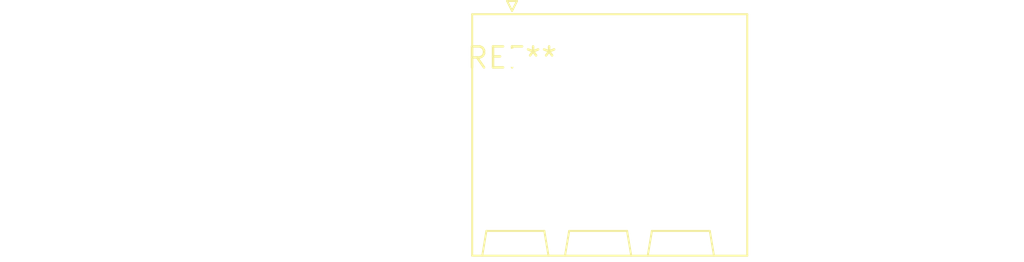
<source format=kicad_pcb>
(kicad_pcb (version 20240108) (generator pcbnew)
  (layers (0 "F.Cu" signal) (31 "B.Cu" signal) (34 "B.Paste" user) (35 "F.Paste" user) (36 "B.SilkS" user "B.Silkscreen") (37 "F.SilkS" user "F.Silkscreen") (38 "B.Mask" user) (39 "F.Mask" user) (44 "Edge.Cuts" user))
  (net 0 "")
  (footprint "PhoenixContact_SPT_2.5_3-H-5.0-EX_1x03_P5.0mm_Horizontal" (layer "F.Cu") (at 0 0)
    (property "Reference" "REF**")
    (property "Value" "PhoenixContact_SPT_2.5_3-H-5.0-EX_1x03_P5.0mm_Horizontal")
    (fp_line (start -2.41 -2.64) (end 14.21 -2.64) (layer "F.SilkS") (stroke (width 0.12)))
    (fp_line (start -2.41 11.98) (end -2.41 -2.64) (layer "F.SilkS") (stroke (width 0.12)))
    (fp_line (start -1.8 11.98) (end -1.55 10.48) (layer "F.SilkS") (stroke (width 0.12)))
    (fp_line (start -1.55 10.48) (end 1.95 10.48) (layer "F.SilkS") (stroke (width 0.12)))
    (fp_line (start -0.3 -3.44) (end 0 -2.84) (layer "F.SilkS") (stroke (width 0.12)))
    (fp_line (start -0.3 -3.44) (end 0.3 -3.44) (layer "F.SilkS") (stroke (width 0.12)))
    (fp_line (start 0.3 -3.44) (end 0 -2.84) (layer "F.SilkS") (stroke (width 0.12)))
    (fp_line (start 2.2 11.98) (end 1.95 10.48) (layer "F.SilkS") (stroke (width 0.12)))
    (fp_line (start 3.2 11.98) (end 3.45 10.48) (layer "F.SilkS") (stroke (width 0.12)))
    (fp_line (start 3.45 10.48) (end 6.95 10.48) (layer "F.SilkS") (stroke (width 0.12)))
    (fp_line (start 7.2 11.98) (end 6.95 10.48) (layer "F.SilkS") (stroke (width 0.12)))
    (fp_line (start 8.2 11.98) (end 8.45 10.48) (layer "F.SilkS") (stroke (width 0.12)))
    (fp_line (start 8.45 10.48) (end 11.95 10.48) (layer "F.SilkS") (stroke (width 0.12)))
    (fp_line (start 12.2 11.98) (end 11.95 10.48) (layer "F.SilkS") (stroke (width 0.12)))
    (fp_line (start 14.21 -2.64) (end 14.21 11.98) (layer "F.SilkS") (stroke (width 0.12)))
    (fp_line (start 14.21 11.98) (end -2.41 11.98) (layer "F.SilkS") (stroke (width 0.12)))
    (pad "1" thru_hole roundrect (at 0 0) (size 1.8 3.3) (drill 1.1) (layers *.Cu *.Mask) (remove_unused_layers) (roundrect_rratio 0.138889))
    (pad "1" thru_hole roundrect (at 0 8.2) (size 1.8 3.3) (drill 1.1) (layers *.Cu *.Mask) (remove_unused_layers) (roundrect_rratio 0.138889))
    (pad "2" thru_hole oval (at 5 0) (size 1.8 3.3) (drill 1.1) (layers *.Cu *.Mask) (remove_unused_layers))
    (pad "2" thru_hole oval (at 5 8.2) (size 1.8 3.3) (drill 1.1) (layers *.Cu *.Mask) (remove_unused_layers))
    (pad "3" thru_hole oval (at 10 0) (size 1.8 3.3) (drill 1.1) (layers *.Cu *.Mask) (remove_unused_layers))
    (pad "3" thru_hole oval (at 10 8.2) (size 1.8 3.3) (drill 1.1) (layers *.Cu *.Mask) (remove_unused_layers))
  )
)
</source>
